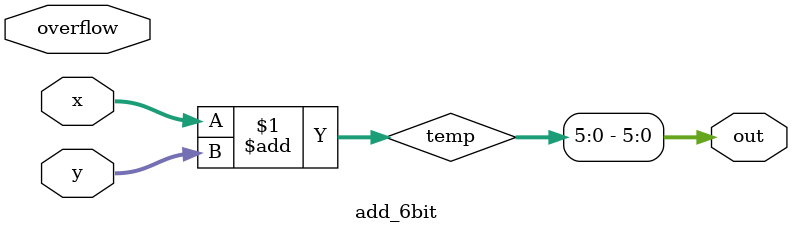
<source format=v>
`timescale 1ns / 1ps


module add_6bit(
    input [5:0] x,
    input [5:0] y,
    output [5:0] out,
    input overflow);

    wire [6:0] temp;
    wire [5:0] carry2;

    assign temp     = x + y;
    assign carry2   = x[4:0] + y [4:0];
    assign out      = temp[5:0];
    assign overflow = temp[6] ^ carry2[5];

endmodule

</source>
